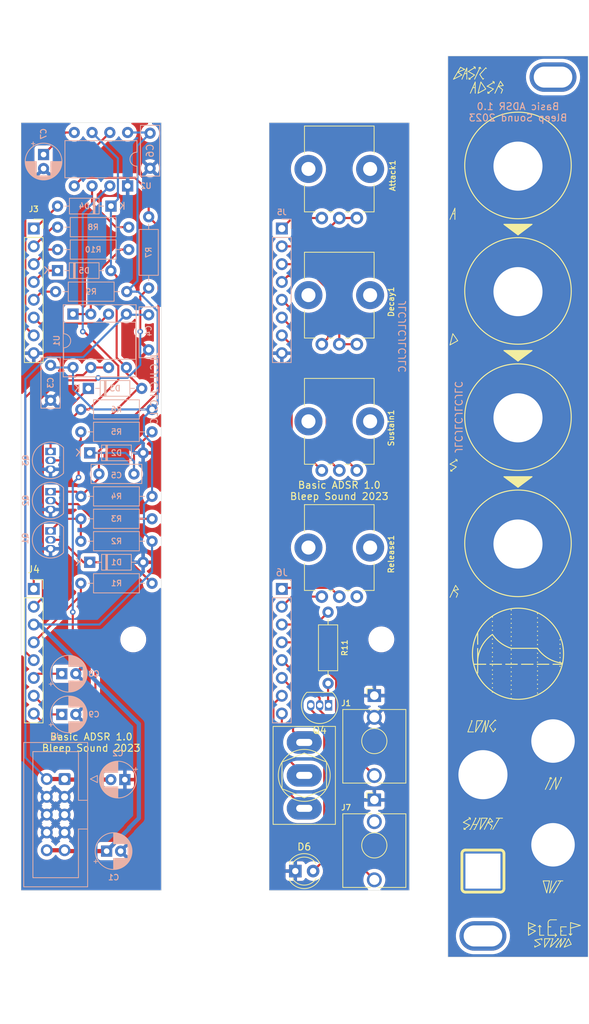
<source format=kicad_pcb>
(kicad_pcb (version 20221018) (generator pcbnew)
  (layers (0 "F.Cu" signal) (31 "B.Cu" signal) (34 "B.Paste" user) (35 "F.Paste" user) (36 "B.SilkS" user "B.Silkscreen") (37 "F.SilkS" user "F.Silkscreen") (38 "B.Mask" user) (39 "F.Mask" user) (44 "Edge.Cuts" user))
  (net 0 "")
  (net 1 "GND")
  (net 2 "+12V")
  (net 3 "-12V")
  (net 4 "Net-(Q2-C)")
  (net 5 "Net-(D2-K)")
  (net 6 "Net-(U2-CV)")
  (net 7 "Net-(D1-K)")
  (net 8 "Net-(Q1-C)")
  (net 9 "Net-(Q2-B)")
  (net 10 "Net-(Q3-C)")
  (net 11 "Net-(Q3-B)")
  (net 12 "Net-(U2-Q)")
  (net 13 "Net-(U1A--)")
  (net 14 "/A3")
  (net 15 "/A1")
  (net 16 "/SW3")
  (net 17 "/SW1")
  (net 18 "/R1")
  (net 19 "/D1")
  (net 20 "/01")
  (net 21 "/D3")
  (net 22 "/I1")
  (net 23 "/S3")
  (net 24 "/S2")
  (net 25 "/S1")
  (net 26 "/R3")
  (net 27 "Net-(D6-A)")
  (net 29 "Net-(Q4-C)")
  (net 30 "/SW2")
  (footprint "LED_THT:LED_D4.0mm" (layer "F.Cu") (at 67.725 140.75)
    (fp_text reference "D6")
    (fp_text value "Out-LED")
  )
  (footprint "Kicad-perso:Pot-bourns-alpha" (layer "F.Cu") (at 76.5 83.6 90)
    (fp_text reference "Sustain1")
    (fp_text value "10k")
  )
  (footprint "Resistor_THT:R_Axial_DIN0207_L6.3mm_D2.5mm_P10.16mm_Horizontal" (layer "F.Cu") (at 72.4 103.82 -90)
    (fp_text reference "R11")
    (fp_text value "1k")
  )
  (footprint "Connector_PinSocket_2.54mm:PinSocket_1x08_P2.54mm_Vertical" (layer "F.Cu") (at 30.4 100.5)
    (fp_text reference "J4")
    (fp_text value "Conn_Circuit")
  )
  (footprint "Synth:Doepfer Mounting hole" (layer "F.Cu") (at 104.5 27.5)
    (fp_text reference "H2" hide)
    (fp_text value "MountingHole")
  )
  (footprint "MountingHole:MountingHole_3.2mm_M3" (layer "F.Cu") (at 44.6 107.7)
    (fp_text reference "H4" hide)
    (fp_text value "SpacerHoles")
  )
  (footprint "Kicad-perso:Pot-bourns-alpha" (layer "F.Cu") (at 76.5 65.6 90)
    (fp_text reference "Decay1")
    (fp_text value "1M")
  )
  (footprint "Kicad-perso:Pot-bourns-alpha" (layer "F.Cu") (at 76.5 101.6 90)
    (fp_text reference "Release1")
    (fp_text value "1M")
  )
  (footprint "Kicad-perso:SW_Toggle_Blue_wSlots" (layer "F.Cu") (at 69 127.1 90)
    (fp_text reference "SW1" hide)
    (fp_text value "Length")
  )
  (footprint "Connector_PinSocket_2.54mm:PinSocket_1x08_P2.54mm_Vertical" (layer "F.Cu") (at 30.4 49.1)
    (fp_text reference "J3")
    (fp_text value "Conn_Circuit")
  )
  (footprint "Kicad-perso:Thonkiconn" (layer "F.Cu") (at 79 130.6)
    (fp_text reference "J7")
    (fp_text value "Output")
  )
  (footprint "Kicad-perso:Thonkiconn" (layer "F.Cu") (at 79 115.72)
    (fp_text reference "J1")
    (fp_text value "In")
  )
  (footprint "Synth:Doepfer Mounting hole" (layer "F.Cu") (at 94.5 150)
    (fp_text reference "H1" hide)
    (fp_text value "MountingHole")
  )
  (footprint "MountingHole:MountingHole_3.2mm_M3" (layer "F.Cu") (at 80 107.7)
    (fp_text reference "H3" hide)
    (fp_text value "SpacerHoles")
  )
  (footprint "Kicad-perso:Pot-bourns-alpha" (layer "F.Cu") (at 76.5 47.6 90)
    (fp_text reference "Attack1")
    (fp_text value "1M")
  )
  (footprint "Package_TO_SOT_THT:TO-92_Inline" (layer "F.Cu") (at 72.47 117.1 180)
    (fp_text reference "Q4")
    (fp_text value "BC547")
  )
  (footprint "Diode_THT:D_DO-35_SOD27_P7.62mm_Horizontal" (layer "B.Cu") (at 33.79 55.1)
    (fp_text reference "D5")
    (fp_text value "1N4148")
  )
  (footprint "Resistor_THT:R_Axial_DIN0207_L6.3mm_D2.5mm_P10.16mm_Horizontal" (layer "B.Cu") (at 37.12 93.7)
    (fp_text reference "R2")
    (fp_text value "4.7k")
  )
  (footprint "Resistor_THT:R_Axial_DIN0207_L6.3mm_D2.5mm_P10.16mm_Horizontal" (layer "B.Cu") (at 47.28 99.7 180)
    (fp_text reference "R1")
    (fp_text value "10k")
  )
  (footprint "Capacitor_THT:C_Disc_D7.0mm_W2.5mm_P5.00mm" (layer "B.Cu") (at 39.7 84.1)
    (fp_text reference "C5")
    (fp_text value "10nF")
  )
  (footprint "Package_TO_SOT_THT:TO-92_Inline" (layer "B.Cu") (at 32.8 92.23 -90)
    (fp_text reference "Q1")
    (fp_text value "BC547")
  )
  (footprint "Capacitor_THT:CP_Radial_D5.0mm_P2.00mm" (layer "B.Cu") (at 34.4 112.6)
    (fp_text reference "C8")
    (fp_text value "1uF")
  )
  (footprint "Resistor_THT:R_Axial_DIN0207_L6.3mm_D2.5mm_P10.16mm_Horizontal" (layer "B.Cu") (at 37.12 78.1)
    (fp_text reference "R5")
    (fp_text value "10k")
  )
  (footprint "Capacitor_THT:CP_Radial_D5.0mm_P2.00mm" (layer "B.Cu") (at 34.4 118.4)
    (fp_text reference "C9")
    (fp_text value "4.7uF")
  )
  (footprint "Capacitor_THT:C_Disc_D7.0mm_W2.5mm_P5.00mm" (layer "B.Cu") (at 32.8 68.6 -90)
    (fp_text reference "C3")
    (fp_text value "100nF")
  )
  (footprint "Resistor_THT:R_Axial_DIN0207_L6.3mm_D2.5mm_P10.16mm_Horizontal" (layer "B.Cu") (at 46.8 57.58 90)
    (fp_text reference "R7")
    (fp_text value "100R")
  )
  (footprint "Resistor_THT:R_Axial_DIN0207_L6.3mm_D2.5mm_P10.16mm_Horizontal" (layer "B.Cu") (at 37.12 87.3)
    (fp_text reference "R4")
    (fp_text value "4.7k")
  )
  (footprint "Package_TO_SOT_THT:TO-92_Inline" (layer "B.Cu") (at 32.8 80.9 -90)
    (fp_text reference "Q3")
    (fp_text value "BC547")
  )
  (footprint "Resistor_THT:R_Axial_DIN0207_L6.3mm_D2.5mm_P10.16mm_Horizontal" (layer "B.Cu") (at 43.96 52.1 180)
    (fp_text reference "R10")
    (fp_text value "100R")
  )
  (footprint "Connector_PinHeader_2.54mm:PinHeader_1x08_P2.54mm_Vertical" (layer "B.Cu") (at 65.8 49.1 180)
    (fp_text reference "J5")
    (fp_text value "Conn_Jack")
  )
  (footprint "Diode_THT:D_DO-35_SOD27_P7.62mm_Horizontal" (layer "B.Cu") (at 38.39 81.1)
    (fp_text reference "D2")
    (fp_text value "1N4148")
  )
  (footprint "Resistor_THT:R_Axial_DIN0207_L6.3mm_D2.5mm_P10.16mm_Horizontal" (layer "B.Cu") (at 33.52 58.1)
    (fp_text reference "R9")
    (fp_text value "4.7k")
  )
  (footprint "Connector_IDC:IDC-Header_2x05_P2.54mm_Vertical" (layer "B.Cu") (at 34.8 127.62 180)
    (fp_text reference "J2")
    (fp_text value "Power Input")
  )
  (footprint "Connector_PinHeader_2.54mm:PinHeader_1x08_P2.54mm_Vertical" (layer "B.Cu") (at 65.8 100.5 180)
    (fp_text reference "J6")
    (fp_text value "Conn_Jack")
  )
  (footprint "Resistor_THT:R_Axial_DIN0207_L6.3mm_D2.5mm_P10.16mm_Horizontal" (layer "B.Cu") (at 47.28 90.5 180)
    (fp_text reference "R3")
    (fp_text value "22k")
  )
  (footprint "Diode_THT:D_DO-35_SOD27_P7.62mm_Horizontal" (layer "B.Cu") (at 38.39 96.7)
    (fp_text reference "D1")
    (fp_text value "1N4148")
  )
  (footprint "Package_DIP:DIP-8_W7.62mm" (layer "B.Cu") (at 43.8 43.02 90)
    (fp_text reference "U2")
    (fp_text value "LM555xN")
  )
  (footprint "Diode_THT:D_DO-35_SOD27_P7.62mm_Horizontal" (layer "B.Cu") (at 41.42 45.9 180)
    (fp_text reference "D4")
    (fp_text value "1N4148")
  )
  (footprint "Resistor_THT:R_Axial_DIN0207_L6.3mm_D2.5mm_P10.16mm_Horizontal" (layer "B.Cu") (at 33.8 48.9)
    (fp_text reference "R8")
    (fp_text value "100R")
  )
  (footprint "Package_TO_SOT_THT:TO-92_Inline" (layer "B.Cu") (at 32.8 86.63 -90)
    (fp_text reference "Q2")
    (fp_text value "BC547")
  )
  (footprint "Capacitor_THT:C_Disc_D7.0mm_W2.5mm_P5.00mm" (layer "B.Cu") (at 47 35.5 -90)
    (fp_text reference "C6")
    (fp_text value "100nF")
  )
  (footprint "Resistor_THT:R_Axial_DIN0207_L6.3mm_D2.5mm_P10.16mm_Horizontal" (layer "B.Cu") (at 37.12 74.9)
    (fp_text reference "R6")
    (fp_text value "4.7k")
  )
  (footprint "Capacitor_THT:CP_Radial_D5.0mm_P2.00mm" (layer "B.Cu") (at 31.8 38.544888 -90)
    (fp_text reference "C7")
    (fp_text value "10uF")
  )
  (footprint "Diode_THT:D_DO-35_SOD27_P7.62mm_Horizontal" (layer "B.Cu") (at 38.19 71.9)
    (fp_text reference "D3")
    (fp_text value "1N4148")
  )
  (footprint "Capacitor_THT:CP_Radial_D5.0mm_P2.00mm" (layer "B.Cu") (at 40.8 137.9)
    (fp_text reference "C1")
    (fp_text value "10uF")
  )
  (footprint "Capacitor_THT:C_Disc_D7.0mm_W2.5mm_P5.00mm" (layer "B.Cu") (at 46.8 66.4 90)
    (fp_text reference "C4")
    (fp_text value "100nF")
  )
  (footprint "Capacitor_THT:CP_Radial_D5.0mm_P2.00mm" (layer "B.Cu") (at 43.4 127.7 180)
    (fp_text reference "C2")
    (fp_text value "10uF")
  )
  (footprint "Package_DIP:DIP-8_W7.62mm_Socket" (layer "B.Cu") (at 36 61.3 -90)
    (fp_text reference "U1")
    (fp_text value "TL072")
  )
  (gr_line (start 92.7 133.2) (end 92.5 133.1) (stroke (width 0.12)) (layer "F.SilkS"))
  (gr_line (start 90.9 26.8) (end 91.9 26.4) (stroke (width 0.12)) (layer "F.SilkS"))
  (gr_line (start 102.6 148.5) (end 102.6 149.9) (stroke (width 0.12)) (layer "F.SilkS"))
  (gr_line (start 94.1 26.1) (end 93.9 26.2) (stroke (width 0.12)) (layer "F.SilkS"))
  (gr_line (start 102.6 148.5) (end 102.4 148.7) (stroke (width 0.12)) (layer "F.SilkS"))
  (gr_line (start 93.25 111.25) (end 105.75 111.25) (stroke (width 0.15) (type dash)) (layer "F.SilkS"))
  (gr_line (start 90.5 46.2) (end 89.8 47.8) (stroke (width 0.12)) (layer "F.SilkS"))
  (gr_line (start 102.6 148.5) (end 102.8 148.7) (stroke (width 0.12)) (layer "F.SilkS"))
  (gr_line (start 94.05 27.125) (end 94.5 27.8) (stroke (width 0.12)) (layer "F.SilkS"))
  (gr_line (start 101 149.9) (end 102 149.3) (stroke (width 0.12)) (layer "F.SilkS"))
  (gr_line (start 93.75 106.75) (end 93.75 112.5) (stroke (width 0.15) (type dash)) (layer "F.SilkS"))
  (gr_line (start 97.3 29.3) (end 97.1 29.8) (stroke (width 0.12)) (layer "F.SilkS"))
  (gr_line (start 90.5 46.2) (end 90.5 47.8) (stroke (width 0.12)) (layer "F.SilkS"))
  (gr_arc (start 92 143.75) (mid 91.646447 143.603553) (end 91.5 143.25) (stroke (width 0.4)) (layer "F.SilkS"))
  (gr_line (start 94.85 119.3) (end 94.35 120.9) (stroke (width 0.12)) (layer "F.SilkS"))
  (gr_line (start 97 143.75) (end 92 143.75) (stroke (width 0.4)) (layer "F.SilkS"))
  (gr_line (start 93.4 28.2) (end 93.4 29.8) (stroke (width 0.12)) (layer "F.SilkS"))
  (gr_line (start 102.284856 104) (end 102.284856 115.75) (stroke (width 0.15) (type dot)) (layer "F.SilkS"))
  (gr_line (start 105 149.9) (end 104.8 150.1) (stroke (width 0.12)) (layer "F.SilkS"))
  (gr_line (start 92.5 27.8) (end 92.7 27.8) (stroke (width 0.12)) (layer "F.SilkS"))
  (gr_poly (pts (xy 99.5 50) (xy 97.5 48.5) (xy 101.5 48.5)) (stroke (width 0.15)) (fill solid) (layer "F.SilkS"))
  (gr_line (start 91.9 26.4) (end 91.3 26.1) (stroke (width 0.12)) (layer "F.SilkS"))
  (gr_line (start 105.6 148.7) (end 105.6 149.9) (stroke (width 0.12)) (layer "F.SilkS"))
  (gr_line (start 104.5 150.4) (end 104.3 150.4) (stroke (width 0.12)) (layer "F.SilkS"))
  (gr_circle (center 99.5 94) (end 107.1 94) (stroke (width 0.15)) (fill none) (layer "F.SilkS"))
  (gr_line (start 103.1 142.15) (end 104 142.15) (stroke (width 0.12)) (layer "F.SilkS"))
  (gr_line (start 96 29.2) (end 95.2 29.8) (stroke (width 0.12)) (layer "F.SilkS"))
  (gr_line (start 93.05 134.1) (end 93.6 134.1) (stroke (width 0.12)) (layer "F.SilkS"))
  (gr_line (start 105.6 149.3) (end 105.8 149.3) (stroke (width 0.12)) (layer "F.SilkS"))
  (gr_line (start 105.7 150.4) (end 105.5 151.6) (stroke (width 0.12)) (layer "F.SilkS"))
  (gr_line (start 94.35 120.9) (end 94.25 120.9) (stroke (width 0.12)) (layer "F.SilkS"))
  (gr_line (start 90.2 64.1) (end 89.8 65.7) (stroke (width 0.12)) (layer "F.SilkS"))
  (gr_line (start 105.6 148.7) (end 106.4 148.7) (stroke (width 0.12)) (layer "F.SilkS"))
  (gr_line (start 90.5 47) (end 90.2 47) (stroke (width 0.12)) (layer "F.SilkS"))
  (gr_line (start 106.7 150.4) (end 107.1 151.2) (stroke (width 0.12)) (layer "F.SilkS"))
  (gr_line (start 104.9 129.1) (end 105.7 127.4) (stroke (width 0.12)) (layer "F.SilkS"))
  (gr_line (start 95.8 134.3) (end 95.6 134.8) (stroke (width 0.12)) (layer "F.SilkS"))
  (gr_line (start 93.4 28.2) (end 92.7 29.8) (stroke (width 0.12)) (layer "F.SilkS"))
  (gr_line (start 95.9 133.7) (end 95.2 133.8) (stroke (width 0.12)) (layer "F.SilkS"))
  (gr_circle (center 99.5 76) (end 107.1 76) (stroke (width 0.15)) (fill none) (layer "F.SilkS"))
  (gr_line (start 107 148.1) (end 108.4 148.5) (stroke (width 0.12)) (layer "F.SilkS"))
  (gr_line (start 96.25 119.2) (end 95.45 120.1) (stroke (width 0.12)) (layer "F.SilkS"))
  (gr_line (start 92.2 27) (end 91.9 27) (stroke (width 0.12)) (layer "F.SilkS"))
  (gr_poly (pts (xy 99.5 68) (xy 97.5 66.5) (xy 101.5 66.5)) (stroke (width 0.15)) (fill solid) (layer "F.SilkS"))
  (gr_line (start 105.2 142.15) (end 105.9 142.15) (stroke (width 0.12)) (layer "F.SilkS"))
  (gr_line (start 104.1 129.1) (end 104 129.1) (stroke (width 0.12)) (layer "F.SilkS"))
  (gr_line (start 104.2 127.4) (end 104.3 127.6) (stroke (width 0.12)) (layer "F.SilkS"))
  (gr_line (start 105.7 150.4) (end 104.9 151.6) (stroke (width 0.12)) (layer "F.SilkS"))
  (gr_line (start 90.8 82.1) (end 90.6 82) (stroke (width 0.12)) (layer "F.SilkS"))
  (gr_line (start 90.8 82.1) (end 90.8 82.3) (stroke (width 0.12)) (layer "F.SilkS"))
  (gr_line (start 94.9 26.175) (end 95 26.275) (stroke (width 0.12)) (layer "F.SilkS"))
  (gr_line (start 92.7 133.2) (end 91.7 133.8) (stroke (width 0.12)) (layer "F.SilkS"))
  (gr_line (start 93.65 119.3) (end 94.45 119.3) (stroke (width 0.12)) (layer "F.SilkS"))
  (gr_line (start 94.0875 134.8) (end 94.3125 133.2) (stroke (width 0.12)) (layer "F.SilkS"))
  (gr_line (start 94.9 29.2) (end 94.2 28.2) (stroke (width 0.12)) (layer "F.SilkS"))
  (gr_line (start 93.3 27.8) (end 94.1 26.1) (stroke (width 0.12)) (layer "F.SilkS"))
  (gr_line (start 98.534856 103.5) (end 98.534856 116.25) (stroke (width 0.15) (type dot)) (layer "F.SilkS"))
  (gr_line (start 92.2 26.2) (end 92.2 27.8) (stroke (width 0.12)) (layer "F.SilkS"))
  (gr_line (start 105 149.9) (end 104.8 149.7) (stroke (width 0.12)) (layer "F.SilkS"))
  (gr_line (start 93.3 27.2) (end 92.5 27.8) (stroke (width 0.12)) (layer "F.SilkS"))
  (gr_line (start 93.5 133.2) (end 92.7 134.8) (stroke (width 0.12)) (layer "F.SilkS"))
  (gr_line (start 106.3 150.4) (end 106.1 150.4) (stroke (width 0.12)) (layer "F.SilkS"))
  (gr_arc (start 91.5 138.25) (mid 91.646447 137.896447) (end 92 137.75) (stroke (width 0.4)) (layer "F.SilkS"))
  (gr_line (start 97 28.1) (end 96.2 29.8) (stroke (width 0.12)) (layer "F.SilkS"))
  (gr_line (start 104.2 127.4) (end 104 127.5) (stroke (width 0.12)) (layer "F.SilkS"))
  (gr_line (start 102.9 150.4) (end 101.9 150.6) (stroke (width 0.12)) (layer "F.SilkS"))
  (gr_arc (start 103.8 148.1) (mid 103.917157 147.817157) (end 104.2 147.7) (stroke (width 0.12)) (layer "F.SilkS"))
  (gr_line (start 108.4 148.5) (end 107 148.9) (stroke (width 0.12)) (layer "F.SilkS"))
  (gr_arc (start 93.750001 111.25) (mid 94.245634 108.848589) (end 95.850477 106.9947) (stroke (width 0.15)) (layer "F.SilkS"))
  (gr_line (start 103.4 129.1) (end 104.2 127.4) (stroke (width 0.12)) (layer "F.SilkS"))
  (gr_line (start 90.9 101.2) (end 90.7 101.7) (stroke (width 0.12)) (layer "F.SilkS"))
  (gr_arc (start 98.534856 108.97939) (mid 97.03179 108.210042) (end 95.854122 107.000001) (stroke (width 0.15)) (layer "F.SilkS"))
  (gr_line (start 95.5 133.2) (end 95.9 133.7) (stroke (width 0.12)) (layer "F.SilkS"))
  (gr_line (start 94.2 28.2) (end 93.8 29.8) (stroke (width 0.12)) (layer "F.SilkS"))
  (gr_line (start 92.95 119.3) (end 92.85 119.3) (stroke (width 0.12)) (layer "F.SilkS"))
  (gr_line (start 94.1 133.2) (end 94 133.2) (stroke (width 0.12)) (layer "F.SilkS"))
  (gr_line (start 96.1 28.2) (end 96.1 28.4) (stroke (width 0.12)) (layer "F.SilkS"))
  (gr_line (start 94.45 119.3) (end 93.425 120.9) (stroke (width 0.12)) (layer "F.SilkS"))
  (gr_line (start 95.2 133.8) (end 95.8 134.3) (stroke (width 0.12)) (layer "F.SilkS"))
  (gr_line (start 91.8 134.8) (end 91.8 134.6) (stroke (width 0.12)) (layer "F.SilkS"))
  (gr_line (start 96.2 120.4) (end 96.3 120.5) (stroke (width 0.12)) (layer "F.SilkS"))
  (gr_line (start 97 28.1) (end 97.4 28.7) (stroke (width 0.12)) (layer "F.SilkS"))
  (gr_line (start 90.9 65.1) (end 90.2 64.1) (stroke (width 0.12)) (layer "F.SilkS"))
  (gr_line (start 102.9 150.4) (end 102.9 150.6) (stroke (width 0.12)) (layer "F.SilkS"))
  (gr_line (start 90.3 100.7) (end 90.9 101.2) (stroke (width 0.12)) (layer "F.SilkS"))
  (gr_line (start 90.3 27.8) (end 91.5 27.2) (stroke (width 0.12)) (layer "F.SilkS"))
  (gr_line (start 91.7 133.8) (end 92.6 134.2) (stroke (width 0.12)) (layer "F.SilkS"))
  (gr_line (start 93.4 26.1) (end 92.4 26.7) (stroke (width 0.12)) (layer "F.SilkS"))
  (gr_line (start 107 149.9) (end 107.2 149.7) (stroke (width 0.12)) (layer "F.SilkS"))
  (gr_line (start 94.3125 133.2) (end 95.1125 133.2) (stroke (width 0.12)) (layer "F.SilkS"))
  (gr_line (start 103.8 149.9) (end 105 149.9) (stroke (width 0.12)) (layer "F.SilkS"))
  (gr_line (start 94.85 119.3) (end 94.85 120.9) (stroke (width 0.12)) (layer "F.SilkS"))
  (gr_line (start 94.1 133.2) (end 93.3 134.8) (stroke (width 0.12)) (layer "F.SilkS"))
  (gr_line (start 91 100.6) (end 90.3 100.7) (stroke (width 0.12)) (layer "F.SilkS"))
  (gr_line (start 95.2 29.8) (end 95.2 29.6) (stroke (width 0.12)) (layer "F.SilkS"))
  (gr_line (start 95.95 120.9) (end 96.3 120.5) (stroke (width 0.12)) (layer "F.SilkS"))
  (gr_line (start 92.4 26.7) (end 93.3 27.2) (stroke (width 0.12)) (layer "F.SilkS"))
  (gr_line (start 106.7 150.4) (end 106.1 151.6) (stroke (width 0.12)) (layer "F.SilkS"))
  (gr_line (start 107 148.1) (end 107 149.9) (stroke (width 0.12)) (layer "F.SilkS"))
  (gr_line (start 102.7 151.2) (end 101.9 151.6) (stroke (width 0.12)) (layer "F.SilkS"))
  (gr_line (start 96.25 119.2) (end 96.35 119.3) (stroke (width 0.12)) (layer "F.SilkS"))
  (gr_line (start 103.8 148.7) (end 104.2 148.7) (stroke (width 0.12)) (layer "F.SilkS"))
  (gr_line (start 104.1 150.4) (end 103.3 150.4) (stroke (width 0.12)) (layer "F.SilkS"))
  (gr_line (start 95.2 29.8) (end 95.4 29.8) (stroke (width 0.12)) (layer "F.SilkS"))
  (gr_line (start 92.7 133.2) (end 92.7 133.4) (stroke (width 0.12)) (layer "F.SilkS"))
  (gr_line (start 92.2 26.2) (end 91.5 27.8) (stroke (width 0.12)) (layer "F.SilkS"))
  (gr_line (start 93.5 133.2) (end 93.4 133.2) (stroke (width 0.12)) (layer "F.SilkS"))
  (gr_line (start 90.6 100) (end 89.8 101.7) (stroke (width 0.12)) (layer "F.SilkS"))
  (gr_line (start 93.3 134.8) (end 93.2 134.8) (stroke (width 0.12)) (layer "F.SilkS"))
  (gr_line (start 105.5 107.75) (end 105.5 112.25) (stroke (width 0.15) (type dot)) (layer "F.SilkS"))
  (gr_line (start 95.35 119.3) (end 94.85 120.9) (stroke (width 0.12)) (layer "F.SilkS"))
  (gr_line (start 104 143.85) (end 105 142.15) (stroke (width 0.12)) (layer "F.SilkS"))
  (gr_line (start 94.1 26.1) (end 94.2 26.3) (stroke (width 0.12)) (layer "F.SilkS"))
  (gr_poly (pts (xy 99.5 86) (xy 97.5 84.5) (xy 101.5 84.5)) (stroke (width 0.15)) (fill solid) (layer "F.SilkS"))
  (gr_line (start 106.1 151.6) (end 107.1 151.2) (stroke (width 0.12)) (layer "F.SilkS"))
  (gr_line (start 106.8 149.7) (end 107 149.9) (stroke (width 0.12)) (layer "F.SilkS"))
  (gr_line (start 89.9 83.7) (end 89.9 83.5) (stroke (width 0.12)) (layer "F.SilkS"))
  (gr_line (start 95.5 133.2) (end 94.7 134.8) (stroke (width 0.12)) (layer "F.SilkS"))
  (gr_line (start 95.854122 104.5) (end 95.854122 115.25) (stroke (width 0.15) (type dot)) (layer "F.SilkS"))
  (gr_line (start 103.3 150.4) (end 103.3 151.6) (stroke (width 0.12)) (layer "F.SilkS"))
  (gr_line (start 96.4 133.2) (end 97.3 133.2) (stroke (width 0.12)) (layer "F.SilkS"))
  (gr_circle (center 99.5 40.1) (end 107.1 40.1) (stroke (width 0.15)) (fill none) (layer "F.SilkS"))
  (gr_line (start 105.3 150.4) (end 105.1 150.4) (stroke (width 0.12)) (layer "F.SilkS"))
  (gr_line (start 103.8 148.1) (end 103.8 149.9) (stroke (width 0.12)) (layer "F.SilkS"))
  (gr_line (start 91.5 138.25) (end 91.5 143.25) (stroke (width 0.4)) (layer "F.SilkS"))
  (gr_arc (start 97 137.75) (mid 97.353553 137.896447) (end 97.5 138.25) (stroke (width 0.4)) (layer "F.SilkS"))
  (gr_line (start 92.95 119.3) (end 92.35 120.9) (stroke (width 0.12)) (layer "F.SilkS"))
  (gr_line (start 96.7 28.8) (end 97.3 29.3) (stroke (width 0.12)) (layer "F.SilkS"))
  (gr_line (start 95.1 28.8) (end 96 29.2) (stroke (width 0.12)) (layer "F.SilkS"))
  (gr_line (start 93.4 26.1) (end 93.2 26) (stroke (width 0.12)) (layer "F.SilkS"))
  (gr_line (start 101 148.9) (end 102 148.5) (stroke (width 0.12)) (layer "F.SilkS"))
  (gr_line (start 93.8 29.8) (end 94.9 29.2) (stroke (width 0.12)) (layer "F.SilkS"))
  (gr_line (start 105.7 127.4) (end 105.6 127.4) (stroke (width 0.12)) (layer "F.SilkS"))
  (gr_line (start 97.4 28.7) (end 96.7 28.8) (stroke (width 0.12)) (layer "F.SilkS"))
  (gr_line (start 101.9 151.6) (end 101.9 151.4) (stroke (width 0.12)) (layer "F.SilkS"))
  (gr_line (start 94.5 27.8) (end 94.6 27.7) (stroke (width 0.12)) (layer "F.SilkS"))
  (gr_line (start 103.3 151.6) (end 104.1 150.4) (stroke (width 0.12)) (layer "F.SilkS"))
  (gr_line (start 95.1125 133.2) (end 94.0875 134.8) (stroke (width 0.12)) (layer "F.SilkS"))
  (gr_line (start 94.9 26.175) (end 94.05 27.125) (stroke (width 0.12)) (layer "F.SilkS"))
  (gr_line (start 104.1 151.6) (end 105.3 150.4) (stroke (width 0.12)) (layer "F.SilkS"))
  (gr_line (start 89.8 82.7) (end 90.7 83.1) (stroke (width 0.12)) (layer "F.SilkS"))
  (gr_line (start 92.7 134.8) (end 92.6 134.8) (stroke (width 0.12)) (layer "F.SilkS"))
  (gr_line (start 89.8 65.7) (end 90.9 65.1) (stroke (width 0.12)) (layer "F.SilkS"))
  (gr_line (start 104.1 129.1) (end 104.9 127.4) (stroke (width 0.12)) (layer "F.SilkS"))
  (gr_line (start 90.7 83.1) (end 89.9 83.7) (stroke (width 0.12)) (layer "F.SilkS"))
  (gr_line (start 104 142.15) (end 103.6 143.85) (stroke (width 0.12)) (layer "F.SilkS"))
  (gr_arc (start 105.753231 111.081095) (mid 103.796657 110.39724) (end 102.284857 108.97939) (stroke (width 0.15)) (layer "F.SilkS"))
  (gr_line (start 95.35 119.3) (end 95.25 119.3) (stroke (width 0.12)) (layer "F.SilkS"))
  (gr_line (start 95.45 120.1) (end 95.95 120.9) (stroke (width 0.12)) (layer "F.SilkS"))
  (gr_line (start 101 148.1) (end 101 149.9) (stroke (width 0.12)) (layer "F.SilkS"))
  (gr_line (start 102.6 149.9) (end 103.2 149.9) (stroke (width 0.12)) (layer "F.SilkS"))
  (gr_line (start 104.9 151.6) (end 105.1 151.6) (stroke (width 0.12)) (layer "F.SilkS"))
  (gr_line (start 105.6 149.9) (end 106.4 149.9) (stroke (width 0.12)) (layer "F.SilkS"))
  (gr_line (start 91.8 134.8) (end 92 134.8) (stroke (width 0.12)) (layer "F.SilkS"))
  (gr_line (start 90.6 100) (end 91 100.6) (stroke (width 0.12)) (layer "F.SilkS"))
  (gr_line (start 103.6 143.85) (end 103.1 142.15) (stroke (width 0.12)) (layer "F.SilkS"))
  (gr_circle (center 99.5 109.75) (end 106 109.75) (stroke (width 0.15)) (fill none) (layer "F.SilkS"))
  (gr_line (start 91.3 26.1) (end 90.3 27.8) (stroke (width 0.12)) (layer "F.SilkS"))
  (gr_line (start 91.5 27.2) (end 90.9 26.8) (stroke (width 0.12)) (layer "F.SilkS"))
  (gr_line (start 101.9 150.6) (end 102.7 151.2) (stroke (width 0.12)) (layer "F.SilkS"))
  (gr_line (start 104.5 150.4) (end 104.1 151.6) (stroke (width 0.12)) (layer "F.SilkS"))
  (gr_arc (start 97.5 143.25) (mid 97.353553 143.603553) (end 97 143.75) (stroke (width 0.4)) (layer "F.SilkS"))
  (gr_line (start 97.5 138.25) (end 97.5 143.25) (stroke (width 0.4)) (layer "F.SilkS"))
  (gr_line (start 104.9 127.4) (end 104.9 129.1) (stroke (width 0.12)) (layer "F.SilkS"))
  (gr_line (start 92.35 120.9) (end 93.15 120.9) (stroke (width 0.12)) (layer "F.SilkS"))
  (gr_line (start 105.5 151.6) (end 106.3 150.4) (stroke (width 0.12)) (layer "F.SilkS"))
  (gr_line (start 96.1 28.2) (end 95.9 28.1) (stroke (width 0.12)) (layer "F.SilkS"))
  (gr_line (start 92.6 134.2) (end 91.8 134.8) (stroke (width 0.12)) (layer "F.SilkS"))
  (gr_line (start 104.3 142.15) (end 104 143.85) (stroke (width 0.12)) (layer "F.SilkS"))
  (gr_line (start 96.85 133.2) (end 95.9 134.8) (stroke (width 0.12)) (layer "F.SilkS"))
  (gr_line (start 107 149.9) (end 107 149.7) (stroke (width 0.12)) (layer "F.SilkS"))
  (gr_line (start 90.8 82.1) (end 89.8 82.7) (stroke (width 0.12)) (layer "F.SilkS"))
  (gr_line (start 93.4 29) (end 93.1 29) (stroke (width 0.12)) (layer "F.SilkS"))
  (gr_line (start 92 137.75) (end 97 137.75) (stroke (width 0.4)) (layer "F.SilkS"))
  (gr_line (start 93.4 26.1) (end 93.4 26.3) (stroke (width 0.12)) (layer "F.SilkS"))
  (gr_circle (center 99.5 58) (end 107.1 58) (stroke (width 0.15)) (fill none) (layer "F.SilkS"))
  (gr_line (start 104.2 147.7) (end 105 147.7) (stroke (width 0.12)) (layer "F.SilkS"))
  (gr_line (start 98.534856 108.97939) (end 102.284856 108.97939) (stroke (width 0.15)) (layer "F.SilkS"))
  (gr_line (start 93.425 120.9) (end 93.65 119.3) (stroke (width 0.12)) (layer "F.SilkS"))
  (gr_line (start 105.6 142.15) (end 104.6 143.85) (stroke (width 0.12)) (layer "F.SilkS"))
  (gr_line (start 89.9 83.7) (end 90.1 83.7) (stroke (width 0.12)) (layer "F.SilkS"))
  (gr_line (start 102 148.5) (end 101 148.1) (stroke (width 0.12)) (layer "F.SilkS"))
  (gr_line (start 102 149.3) (end 101 148.9) (stroke (width 0.12)) (layer "F.SilkS"))
  (gr_line (start 96.1 28.2) (end 95.1 28.8) (stroke (width 0.12)) (layer "F.SilkS"))
  (gr_line (start 92.5 27.8) (end 92.5 27.6) (stroke (width 0.12)) (layer "F.SilkS"))
  (gr_line (start 64 34) (end 84 34) (stroke (width 0.05)) (layer "Edge.Cuts"))
  (gr_line (start 28.6 34) (end 48.6 34) (stroke (width 0.05)) (layer "Edge.Cuts"))
  (gr_line (start 109.5 153) (end 89.5 153) (stroke (width 0.05)) (layer "Edge.Cuts"))
  (gr_line (start 48.6 34) (end 48.6 143.5) (stroke (width 0.05)) (layer "Edge.Cuts"))
  (gr_line (start 84 34) (end 84 143.5) (stroke (width 0.05)) (layer "Edge.Cuts"))
  (gr_line (start 89.5 24.5) (end 89.5 153) (stroke (width 0.05)) (layer "Edge.Cuts"))
  (gr_line (start 28.6 34) (end 28.6 143.5) (stroke (width 0.05)) (layer "Edge.Cuts"))
  (gr_line (start 109.5 24.5) (end 109.5 153) (stroke (width 0.05)) (layer "Edge.Cuts"))
  (gr_line (start 89.5 24.5) (end 109.5 24.5) (stroke (width 0.05)) (layer "Edge.Cuts"))
  (gr_line (start 28.6 143.5) (end 48.6 143.5) (stroke (width 0.05)) (layer "Edge.Cuts"))
  (gr_line (start 64 143.5) (end 84 143.5) (stroke (width 0.05)) (layer "Edge.Cuts"))
  (gr_line (start 64 34) (end 64 143.5) (stroke (width 0.05)) (layer "Edge.Cuts"))
  (gr_text "JLCJLCJLCJLC\n" (at 47.6 71.9 90) (layer "B.SilkS") (effects (font (size 1 1)) (justify mirror)))
  (gr_text "Basic ADSR 1.0\nBleep Sound 2023" (at 99.5 32.5) (layer "B.SilkS") (effects (font (size 1 1)) (justify mirror)))
  (gr_text "JLCJLCJLCJLC\n" (at 83 64.5 90) (layer "B.SilkS") (effects (font (size 1 1)) (justify mirror)))
  (gr_text "JLCJLCJLCJLC\n" (at 91 76 -90) (layer "B.SilkS") (effects (font (size 1 1)) (justify mirror)))
  (gr_text "Basic ADSR 1.0\nBleep Sound 2023" (at 74 86.5) (layer "F.SilkS") (effects (font (size 1 1))))
  (gr_text "Basic ADSR 1.0\nBleep Sound 2023" (at 38.6 122.4) (layer "F.SilkS") (effects (font (size 1 1))))
  (via (at 94.5 127) (size 8) (drill 7) (layers "F.Cu" "B.Cu") (net 1))
  (via (at 104.5 122.2) (size 8) (drill 6.2) (layers "F.Cu" "B.Cu") (net 1))
  (via (at 99.5 76.1) (size 8) (drill 7) (layers "F.Cu" "B.Cu") (net 1))
  (via (at 99.5 94.1) (size 8) (drill 7) (layers "F.Cu" "B.Cu") (net 1))
  (via (at 99.5 58.1) (size 8) (drill 7) (layers "F.Cu" "B.Cu") (net 1))
  (via (at 99.5 40.2) (size 8) (drill 7) (layers "F.Cu" "B.Cu") (net 1))
  (via (at 104.5 137) (size 8) (drill 6.2) (layers "F.Cu" "B.Cu") (net 1))
  (segment (start 40.8 137.9) (end 34.92 137.9) (width 0.6) (layer "F.Cu") (net 2))
  (segment (start 65.8 105.58) (end 70.64 105.58) (width 0.3) (layer "F.Cu") (net 2))
  (segment (start 34.92 137.9) (end 34.8 137.78) (width 0.6) (layer "F.Cu") (net 2))
  (segment (start 70.64 105.58) (end 72.4 103.82) (width 0.3) (layer "F.Cu") (net 2))
  (segment (start 34.8 137.78) (end 32.26 137.78) (width 0.6) (layer "F.Cu") (net 2))
  (segment (start 47.28 93.7) (end 47.28 98.073654) (width 0.3) (layer "B.Cu") (net 2))
  (segment (start 47.28 87.3) (end 46.13 88.45) (width 0.3) (layer "B.Cu") (net 2))
  (segment (start 43.8 35.4) (end 46.9 35.4) (width 0.3) (layer "B.Cu") (net 2))
  (segment (start 48.079999 74.100001) (end 48.079999 60.879999) (width 0.3) (layer "B.Cu") (net 2))
  (segment (start 48.079999 60.879999) (end 45.3 58.1) (width 0.3) (layer "B.Cu") (net 2))
  (segment (start 36 68.92) (end 33.12 68.92) (width 0.3) (layer "B.Cu") (net 2))
  (segment (start 39.773654 105.58) (end 30.4 105.58) (width 0.3) (layer "B.Cu") (net 2))
  (segment (start 45.4 119.761522) (end 31.218478 105.58) (width 0.6) (layer "B.Cu") (net 2))
  (segment (start 46.9 35.4) (end 47 35.5) (width 0.3) (layer "B.Cu") (net 2))
  (segment (start 40.8 137.9) (end 44 134.7) (width 0.6) (layer "B.Cu") (net 2))
  (segment (start 46.13 88.45) (end 46.13 92.55) (width 0.3) (layer "B.Cu") (net 2))
  (segment (start 31.218478 105.58) (end 30.4 105.58) (width 0.6) (layer "B.Cu") (net 2))
  (segment (start 45.4 133.2) (end 45.4 119.761522) (width 0.6) (layer "B.Cu") (net 2))
  (segment (start 46.13 92.55) (end 47.28 93.7) (width 0.3) (layer "B.Cu") (net 2))
  (segment (start 45.2 37.3) (end 47 35.5) (width 0.3) (layer "B.Cu") (net 2))
  (segment (start 36 72.01) (end 36 68.92) (width 0.3) (layer "B.Cu") (net 2))
  (segment (start 45.2 56.58) (end 45.2 37.3) (width 0.3) (layer "B.Cu") (net 2))
  (segment (start 47.28 98.073654) (end 39.773654 105.58) (width 0.3) (layer "B.Cu") (net 2))
  (segment (start 47.28 74.9) (end 38.89 74.9) (width 0.3) (layer "B.Cu") (net 2))
  (segment (start 44 134.6) (end 45.4 133.2) (width 0.6) (layer "B.Cu") (net 2))
  (segment (start 47.28 74.9) (end 48.079999 74.100001) (width 0.3) (layer "B.Cu") (net 2))
  (segment (start 47.28 79.726346) (end 46.13 78.576346) (width 0.3) (layer "B.Cu") (net 2))
  (segment (start 45.3 58.1) (end 43.68 58.1) (width 0.3) (layer "B.Cu") (net 2))
  (segment (start 44 134.7) (end 44 134.6) (width 0.6) (layer "B.Cu") (net 2))
  (segment (start 47.28 87.3) (end 47.28 79.726346) (width 0.3) (layer "B.Cu") (net 2))
  (segment (start 38.89 74.9) (end 36 72.01) (width 0.3) (layer "B.Cu") (net 2))
  (segment (start 46.13 76.05) (end 47.28 74.9) (width 0.3) (layer "B.Cu") (net 2))
  (segment (start 46.13 78.576346) (end 46.13 76.05) (width 0.3) (layer "B.Cu") (net 2))
  (segment (start 33.12 68.92) (end 32.8 68.6) (width 0.3) (layer "B.Cu") (net 2))
  (segment (start 43.68 58.1) (end 45.2 56.58) (width 0.3) (layer "B.Cu") (net 2))
  (segment (start 41.4 127.7) (end 34.88 127.7) (width 0.6) (layer "F.Cu") (net 3))
  (segment (start 34.8 127.62) (end 32.26 127.62) (width 0.6) (layer "F.Cu") (net 3))
  (segment (start 34.88 127.7) (end 34.8 127.62) (width 0.6) (layer "F.Cu") (net 3))
  (segment (start 43.72 61.4) (end 43.62 61.3) (width 0.3) (layer "B.Cu") (net 3))
  (segment (start 32.323654 67.45) (end 29.2 70.573654) (width 0.3) (layer "B.Cu") (net 3))
  (segment (start 29.2 124.56) (end 32.26 127.62) (width 0.3) (layer "B.Cu") (net 3))
  (segment (start 29.2 70.573654) (end 29.2 124.56) (width 0.3) (layer "B.Cu") (net 3))
  (segment (start 37.47 67.45) (end 32.323654 67.45) (width 0.3) (layer "B.Cu") (net 3))
  (segment (start 43.62 61.3) (end 37.47 67.45) (width 0.3) (layer "B.Cu") (net 3))
  (segment (start 46.8 61.4) (end 43.72 61.4) (width 0.3) (layer "B.Cu") (net 3))
  (segment (start 48.2 72.424365) (end 48.2 48.82) (width 0.3) (layer "F.Cu") (net 4))
  (segment (start 48.129289 72.424365) (end 48.2 72.424365) (width 0.3) (layer "F.Cu") (net 4))
  (segment (start 39.7 84.1) (end 39.7 80.853654) (width 0.3) (layer "F.Cu") (net 4))
  (segment (start 32.8 86.63) (end 36.45 86.63) (width 0.3) (layer "F.Cu") (net 4))
  (segment (start 46.8 43.8) (end 46.8 47.42) (width 0.3) (layer "F.Cu") (net 4))
  (segment (start 39.7 80.853654) (end 48.129289 72.424365) (width 0.3) (layer "F.Cu") (net 4))
  (segment (start 39.7 84.72) (end 39.7 84.1) (width 0.3) (layer "F.Cu") (net 4))
  (segment (start 37.33 41.87) (end 44.87 41.87) (width 0.3) (layer "F.Cu") (net 4))
  (segment (start 48.2 48.82) (end 46.8 47.42) (width 0.3) (layer "F.Cu") (net 4))
  (segment (start 37.12 87.3) (end 39.7 84.72) (width 0.3) (layer "F.Cu") (net 4))
  (segment (start 36.18 43.02) (end 37.33 41.87) (width 0.3) (layer "F.Cu") (net 4))
  (segment (start 36.45 86.63) (end 37.12 87.3) (width 0.3) (layer "F.Cu") (net 4))
  (segment (start 44.87 41.87) (end 46.8 43.8) (width 0.3) (layer "F.Cu") (net 4))
  (segment (start 44.7 84.1) (end 44.7 80.68) (width 0.3) (layer "F.Cu") (net 5))
  (segment (start 44.7 80.68) (end 47.28 78.1) (width 0.3) (layer "F.Cu") (net 5))
  (segment (start 44.7 82.3) (end 43.5 81.1) (width 0.3) (layer "B.Cu") (net 5))
  (segment (start 44.7 84.1) (end 44.7 82.3) (width 0.3) (layer "B.Cu") (net 5))
  (segment (start 43.5 81.1) (end 38.39 81.1) (width 0.3) (layer "B.Cu") (net 5))
  (segment (start 36.18 35.4) (end 34.944888 35.4) (width 0.3) (layer "F.Cu") (net 6))
  (segment (start 34.944888 35.4) (end 31.8 38.544888) (width 0.3) (layer "F.Cu") (net 6))
  (segment (start 34.295 93.5) (end 37.495 96.7) (width 0.3) (layer "F.Cu") (net 7))
  (segment (start 37.495 96.7) (end 38.39 96.7) (width 0.3) (layer "F.Cu") (net 7))
  (segment (start 44.28 96.7) (end 47.28 99.7) (width 0.3) (layer "F.Cu") (net 7))
  (segment (start 38.39 96.7) (end 44.28 96.7) (width 0.3) (layer "F.Cu") (net 7))
  (segment (start 32.8 93.5) (end 34.295 93.5) (width 0.3) (layer "F.Cu") (net 7))
  (segment (start 37.12 90.5) (end 34.53 90.5) (width 0.3) (layer "F.Cu") (net 8))
  (segment (start 37.12 93.7) (end 37.12 90.5) (width 0.3) (layer "F.Cu") (net 8))
  (segment (start 34.53 90.5) (end 32.8 92.23) (width 0.3) (layer "F.Cu") (net 8))
  (segment (start 33.3 87.9) (end 32.8 87.9) (width 0.3) (layer "F.Cu") (net 9))
  (segment (start 33.8 88.4) (end 33.3 87.9) (width 0.3) (layer "F.Cu") (net 9))
  (segment (start 38.787106 90.5) (end 36.687106 88.4) (width 0.3) (layer "F.Cu") (net 9))
  (segment (start 36.687106 88.4) (end 33.8 88.4) (width 0.3) (layer "F.Cu") (net 9))
  (segment (start 47.28 90.5) (end 38.787106 90.5) (width 0.3) (layer "F.Cu") (net 9))
  (segment (start 42.47 68.683654) (end 37.586346 63.8) (width 0.3) (layer "F.Cu") (net 10))
  (segment (start 42.47 70.68137) (end 42.47 68.683654) (width 0.3) (layer "F.Cu") (net 10))
  (segment (start 37.12 74.9) (end 32.8 79.22) (width 0.3) (layer "F.Cu") (net 10))
  (segment (start 37.586346 63.8) (end 37.4 63.8) (width 0.3) (layer "F.Cu") (net 10))
  (segment (start 37.12 74.9) (end 38.25137 74.9) (width 0.3) (layer "F.Cu") (net 10))
  (segment (start 32.8 79.22) (end 32.8 80.9) (width 0.3) (layer "F.Cu") (net 10))
  (segment (start 38.25137 74.9) (end 42.47 70.68137) (width 0.3) (layer "F.Cu") (net 10))
  (via (at 37.4 63.8) (size 0.8) (drill 0.4) (layers "F.Cu" "B.Cu") (net 10))
  (segment (start 37.4 63.8) (end 37.39 63.79) (width 0.3) (layer "B.Cu") (net 10))
  (segment (start 37.39 46.89) (end 41.26 43.02) (width 0.3) (layer "B.Cu") (net 10))
  (segment (start 37.39 63.79) (end 37.39 46.89) (width 0.3) (layer "B.Cu") (net 10))
  (segment (start 34.18137 82.17) (end 32.8 82.17) (width 0.3) (layer "F.Cu") (net 11))
  (segment (start 37.12 78.1) (end 37.12 79.23137) (width 0.3) (layer "F.Cu") (net 11))
  (segment (start 37.12 79.23137) (end 34.18137 82.17) (width 0.3) (layer "F.Cu") (net 11))
  (segment (start 38.72 45.5) (end 42.12 48.9) (width 0.3) (layer "F.Cu") (net 12))
  (segment (start 38.72 43.02) (end 38.72 45.5) (width 0.3) (layer "F.Cu") (net 12))
  (segment (start 42.12 48.9) (end 43.96 48.9) (width 0.3) (layer "F.Cu") (net 12))
  (segment (start 38.54 56.343654) (end 38.54 61.3) (width 0.3) (layer "F.Cu") (net 13))
  (segment (start 42.783654 52.1) (end 38.54 56.343654) (width 0.3) (layer "F.Cu") (net 13))
  (segment (start 36 61.3) (end 38.54 61.3) (width 0.3) (layer "F.Cu") (net 13))
  (segment (start 43.96 52.1) (end 42.783654 52.1) (width 0.3) (layer "F.Cu") (net 13))
  (segment (start 69.96 51.64) (end 65.8 51.64) (width 0.3) (layer "F.Cu") (net 14))
  (segment (start 30.4 51.64) (end 33.14 48.9) (width 0.3) (layer "F.Cu") (net 14))
  (segment (start 74 47.6) (end 76.5 47.6) (width 0.3) (layer "F.Cu") (net 14))
  (segment (start 74 47.6) (end 69.96 51.64) (width 0.3) (layer "F.Cu") (net 14))
  (segment (start 33.14 48.9) (end 33.8 48.9) (width 0.3) (layer "F.Cu") (net 14))
  (segment (start 67.3 47.6) (end 65.8 49.1) (width 0.3) (layer "F.Cu") (net 15))
  (segment (start 71.5 47.6) (end 67.3 47.6) (width 0.3) (layer "F.Cu") (net 15))
  (segment (start 30.6 49.1) (end 33.8 45.9) (width 0.3) (layer "F.Cu") (net 15))
  (segment (start 30.4 49.1) (end 30.6 49.1) (width 0.3) (layer "F.Cu") (net 15))
  (segment (start 67.4 114.8) (end 65.8 113.2) (width 0.3) (layer "F.Cu") (net 16))
  (segment (start 31 112.6) (end 30.4 113.2) (width 0.3) (layer "F.Cu") (net 16))
  (segment (start 67.4 120.8) (end 67.4 114.8) (width 0.3) (layer "F.Cu") (net 16))
  (segment (start 69 122.4) (end 67.4 120.8) (width 0.3) (layer "F.Cu") (net 16))
  (segment (start 34.4 112.6) (end 31 112.6) (width 0.3) (layer "F.Cu") (net 16))
  (segment (start 33.06 118.4) (end 30.4 115.74) (width 0.3) (layer "F.Cu") (net 17))
  (segment (start 34.4 118.4) (end 33.06 118.4) (width 0.3) (layer "F.Cu") (net 17))
  (segment (start 64.6 116.94) (end 65.8 115.74) (width 0.3) (layer "F.Cu") (net 17))
  (segment (start 64.6 127.4) (end 64.6 116.94) (width 0.3) (layer "F.Cu") (net 17))
  (segment (start 69 131.8) (end 64.6 127.4) (width 0.3) (layer "F.Cu") (net 17))
  (segment (start 31.7 101.74) (end 30.4 103.04) (width 0.3) (layer "F.Cu") (net 18))
  (segment (start 38.19 71.9) (end 31.7 78.39) (width 0.3) (layer "F.Cu") (net 18))
  (segment (start 71.5 101.6) (end 67.24 101.6) (width 0.3) (layer "F.Cu") (net 18))
  (segment (start 67.24 101.6) (end 65.8 103.04) (width 0.3) (layer "F.Cu") (net 18))
  (segment (start 31.7 78.39) (end 31.7 101.74) (width 0.3) (layer "F.Cu") (net 18))
  (segment (start 71.5 65.6) (end 72.4 64.7) (width 0.3) (layer "F.Cu") (net 19))
  (segment (start 33.79 55.1) (end 32.02 55.1) (width 0.3) (layer "F.Cu") (net 19))
  (segment (start 72.4 64.7) (end 72.4 57.8) (width 0.3) (layer "F.Cu") (net 19))
  (segment (start 72.4 57.8) (end 70.47 55.87) (width 0.3) (layer "F.Cu") (net 19))
  (segment (start 70.47 55.87) (end 66.65 55.87) (width 0.3) (layer "F.Cu") (net 19))
  (segment (start 32.02 55.1) (end 30.4 56.72) (width 0.3) (layer "F.Cu") (net 19))
  (segment (start 66.65 55.87) (end 65.8 56.72) (width 0.3) (layer "F.Cu") (net 19))
  (segment (start 29.2 73.2) (end 29.2 109.46) (width 0.3) (layer "F.Cu") (net 20))
  (segment (start 72.35 118.955) (end 71.2 117.805) (width 0.3) (layer "F.Cu") (net 20))
  (segment (start 38.54 68.92) (end 37.46 70) (width 0.3) (layer "F.Cu") (net 20))
  (segment (start 32.2 70.2) (end 29.2 73.2) (width 0.3) (layer "F.Cu") (net 20))
  (segment (start 79 142) (end 72.35 135.35) (width 0.3) (layer "F.Cu") (net 20))
  (segment (start 71.2 116.06) (end 65.8 110.66) (width 0.3) (layer "F.Cu") (net 20))
  (segment (start 71.2 117.805) (end 71.2 117.1) (width 0.3) (layer "F.Cu") (net 20))
  (segment (start 36.546346 70) (end 36.346346 70.2) (width 0.3) (layer "F.Cu") (net 20))
  (segment (start 72.35 135.35) (end 72.35 118.955) (width 0.3) (layer "F.Cu") (net 20))
  (segment (start 41.08 68.92) (end 38.54 68.92) (width 0.3) (layer "F.Cu") (net 20))
  (segment (start 36.346346 70.2) (end 32.2 70.2) (width 0.3) (layer "F.Cu") (net 20))
  (segment (start 71.2 117.1) (end 71.2 116.06) (width 0.3) (layer "F.Cu") (net 20))
  (segment (start 29.2 109.46) (end 30.4 110.66) (width 0.3) (layer "F.Cu") (net 20))
  (segment (start 37.46 70) (end 36.546346 70) (width 0.3) (layer "F.Cu") (net 20))
  (segment (start 76.5 65.6) (end 74 65.6) (width 0.3) (layer "F.Cu") (net 21))
  (segment (start 74 58.692894) (end 69.487106 54.18) (width 0.3) (layer "F.Cu") (net 21))
  (segment (start 32.48 52.1) (end 30.4 54.18) (width 0.3) (layer "F.Cu") (net 21))
  (segment (start 74 65.6) (end 74 58.692894) (width 0.3) (layer "F.Cu") (net 21))
  (segment (start 69.487106 54.18) (end 65.8 54.18) (width 0.3) (layer "F.Cu") (net 21))
  (segment (start 33.8 52.1) (end 32.48 52.1) (width 0.3) (layer "F.Cu") (net 21))
  (segment (start 73.55 113.503654) (end 68.166346 108.12) (width 0.3) (layer "F.Cu") (net 22))
  (segment (start 73.55 121.67) (end 73.55 113.503654) (width 0.3) (layer "F.Cu") (net 22))
  (segment (start 79 127.12) (end 73.55 121.67) (width 0.3) (layer "F.Cu") (net 22))
  (segment (start 30.4 108.12) (end 37.12 101.4) (width 0.3) (layer "F.Cu") (net 22))
  (segment (start 37.12 101.4) (end 37.12 99.7) (width 0.3) (layer "F.Cu") (net 22))
  (segment (start 68.166346 108.12) (end 65.8 108.12) (width 0.3) (layer "F.Cu") (net 22))
  (segment (start 68.4 69) (end 68.4 61.86) (width 0.3) (layer "F.Cu") (net 23))
  (segment (start 72.7 79.8) (end 72.7 73.3) (width 0.3) (layer "F.Cu") (net 23))
  (segment (start 68.4 61.86) (end 65.8 59.26) (width 0.3) (layer "F.Cu") (net 23))
  (segment (start 72.7 73.3) (end 68.4 69) (width 0.3) (layer "F.Cu") (net 23))
  (segment (start 33.52 58.1) (end 31.56 58.1) (width 0.3) (layer "F.Cu") (net 23))
  (segment (start 76.5 83.6) (end 72.7 79.8) (width 0.3) (layer "F.Cu") (net 23))
  (segment (start 31.56 58.1) (end 30.4 59.26) (width 0.3) (layer "F.Cu") (net 23))
  (segment (start 67.7 69.1) (end 67.7 63.7) (width 0.3) (layer "F.Cu") (net 24))
  (segment (start 74 83.6) (end 72.2 81.8) (width 0.3) (layer "F.Cu") (net 24))
  (segment (start 39.73 62.65) (end 31.25 62.65) (width 0.3) (layer "F.Cu") (net 24))
  (segment (start 72.2 81.8) (end 72.2 73.6) (width 0.3) (layer "F.Cu") (net 24))
  (segment (start 31.25 62.65) (end 30.4 61.8) (width 0.3) (layer "F.Cu") (net 24))
  (segment (start 41.08 61.3) (end 39.73 62.65) (width 0.3) (layer "F.Cu") (net 24))
  (segment (start 72.2 73.6) (end 67.7 69.1) (width 0.3) (layer "F.Cu") (net 24))
  (segment (start 67.7 63.7) (end 65.8 61.8) (width 0.3) (layer "F.Cu") (net 24))
  (segment (start 67.2 65.74) (end 65.8 64.34) (width 0.3) (layer "F.Cu") (net 25))
  (segment (start 29.2 63.14) (end 30.4 64.34) (width 0.3) (layer "F.Cu") (net 25))
  (segment (start 41.26 35.4) (end 29.2 47.46) (width 0.3) (layer "F.Cu") (net 25))
  (segment (start 71.5 83.6) (end 67.2 79.3) (width 0.3) (layer "F.Cu") (net 25))
  (segment (start 29.2 47.46) (end 29.2 63.14) (width 0.3) (layer "F.Cu") (net 25))
  (segment (start 67.2 79.3) (end 67.2 65.74) (width 0.3) (layer "F.Cu") (net 25))
  (segment (start 65.95 100.35) (end 65.8 100.5) (width 0.3) (layer "F.Cu") (net 26))
  (segment (start 30.4 74.373654) (end 34.023654 70.75) (width 0.3) (layer "F.Cu") (net 26))
  (segment (start 45.6 63.8) (end 45.6 58.78) (width 0.3) (layer "F.Cu") (net 26))
  (segment (start 72.75 100.35) (end 65.95 100.35) (width 0.3) (layer "F.Cu") (net 26))
  (segment (start 39.25 70.75) (end 39.6 70.4) (width 0.3) (layer "F.Cu") (net 26))
  (segment (start 34.023654 70.75) (end 39.25 70.75) (width 0.3) (layer "F.Cu") (net 26))
  (segment (start 30.4 100.5) (end 30.4 78.982894) (width 0.3) (layer "F.Cu") (net 26))
  (segment (start 45.6 58.78) (end 46.8 57.58) (width 0.3) (layer "F.Cu") (net 26))
  (segment (start 30.4 78.982894) (end 30.4 75.6) (width 0.3) (layer "F.Cu") (net 26))
  (segment (start 74 101.6) (end 72.75 100.35) (width 0.3) (layer "F.Cu") (net 26))
  (segment (start 30.4 75.6) (end 30.4 74.373654) (width 0.3) (layer "F.Cu") (net 26))
  (via (at 45.6 63.8) (size 0.8) (drill 0.4) (layers "F.Cu" "B.Cu") (net 26))
  (via (at 39.6 70.4) (size 0.8) (drill 0.4) (layers "F.Cu" "B.Cu") (net 26))
  (segment (start 43.766346 70.4) (end 45.6 68.566346) (width 0.3) (layer "B.Cu") (net 26))
  (segment (start 45.6 68.566346) (end 45.6 63.8) (width 0.3) (layer "B.Cu") (net 26))
  (segment (start 39.6 70.4) (end 43.766346 70.4) (width 0.3) (layer "B.Cu") (net 26))
  (segment (start 71.85 119.62) (end 71.85 139.165) (width 0.3) (layer "F.Cu") (net 27))
  (segment (start 71.85 139.165) (end 70.265 140.75) (width 0.3) (layer "F.Cu") (net 27))
  (segment (start 69.93 117.1) (end 69.93 117.7) (width 0.3) (layer "F.Cu") (net 27))
  (segment (start 69.93 117.7) (end 71.85 119.62) (width 0.3) (layer "F.Cu") (net 27))
  (segment (start 72.4 117.03) (end 72.47 117.1) (width 0.3) (layer "F.Cu") (net 29))
  (segment (start 72.4 113.98) (end 72.4 117.03) (width 0.3) (layer "F.Cu") (net 29))
  (segment (start 42.23 55.92) (end 41.41 55.1) (width 0.3) (layer "F.Cu") (net 30))
  (segment (start 36.8 80.39) (end 36.8 84.6) (width 0.3) (layer "F.Cu") (net 30))
  (segment (start 39.2 118.4) (end 37.4 120.2) (width 0.3) (layer "F.Cu") (net 30))
  (segment (start 35.97 103.8) (end 35.97 106.37) (width 0.3) (layer "F.Cu") (net 30))
  (segment (start 45.29 71.9) (end 36.8 80.39) (width 0.3) (layer "F.Cu") (net 30))
  (segment (start 35.97 106.37) (end 39.2 109.6) (width 0.3) (layer "F.Cu") (net 30))
  (segment (start 43.62 68.92) (end 42.23 67.53) (width 0.3) (layer "F.Cu") (net 30))
  (segment (start 69 127.1) (end 65.8 123.9) (width 0.3) (layer "F.Cu") (net 30))
  (segment (start 45.81 71.9) (end 45.29 71.9) (width 0.3) (layer "F.Cu") (net 30))
  (segment (start 39.2 109.6) (end 39.2 118.4) (width 0.3) (layer "F.Cu") (net 30))
  (segment (start 37.4 120.2) (end 32.32 120.2) (width 0.3) (layer "F.Cu") (net 30))
  (segment (start 43.62 69.71) (end 43.62 68.92) (width 0.3) (layer "F.Cu") (net 30))
  (segment (start 41.42 45.86) (end 41.42 45.9) (width 0.2) (layer "F.Cu") (net 30))
  (segment (start 32.32 120.2) (end 30.4 118.28) (width 0.3) (layer "F.Cu") (net 30))
  (segment (start 45.81 71.9) (end 43.62 69.71) (width 0.3) (layer "F.Cu") (net 30))
  (segment (start 42.23 67.53) (end 42.23 55.92) (width 0.3) (layer "F.Cu") (net 30))
  (segment (start 65.8 123.9) (end 65.8 118.28) (width 0.3) (layer "F.Cu") (net 30))
  (via (at 35.97 103.8) (size 0.8) (drill 0.4) (layers "F.Cu" "B.Cu") (net 30))
  (via (at 36.8 84.6) (size 0.8) (drill 0.4) (layers "F.Cu" "B.Cu") (net 30))
  (segment (start 42.41 39.09) (end 42.41 44.91) (width 0.3) (layer "B.Cu") (net 30))
  (segment (start 35.97 85.43) (end 36.8 84.6) (width 0.3) (layer "B.Cu") (net 30))
  (segment (start 42.41 44.91) (end 41.42 45.9) (width 0.3) (layer "B.Cu") (net 30))
  (segment (start 41.41 45.91) (end 41.42 45.9) (width 0.3) (layer "B.Cu") (net 30))
  (segment (start 38.72 35.4) (end 42.41 39.09) (width 0.3) (layer "B.Cu") (net 30))
  (segment (start 35.97 103.8) (end 35.97 85.43) (width 0.3) (layer "B.Cu") (net 30))
  (segment (start 41.41 55.1) (end 41.41 45.91) (width 0.3) (layer "B.Cu") (net 30))
  (zone (net 1) (net_name "GND") (layers "F&B.Cu") (connect_pads (clearance 0.508)) (min_thickness 0.25) (fill yes (thermal_gap 0.5) (thermal_bridge_width 0.5))
    (polygon (pts (xy 48.6 143.5) (xy 28.6 143.5) (xy 28.6 33.9) (xy 48.6 33.9)))
  )
  (zone (net 0) (net_name "") (layers "F&B.Cu") (connect_pads (clearance 0)) (min_thickness 0.254)
    (keepout (tracks not_allowed) (vias not_allowed) (pads allowed) (copperpour not_allowed) (footprints allowed))
    (fill (thermal_gap 0.508) (thermal_bridge_width 0.508))
    (polygon (pts (xy 97 143.25) (xy 92 143.25) (xy 92 138.25) (xy 97 138.25)))
  )
  (zone (net 1) (net_name "GND") (layers "F&B.Cu") (priority 1) (connect_pads (clearance 0.508)) (min_thickness 0.25) (fill yes (thermal_gap 0.5) (thermal_bridge_width 0.5))
    (polygon (pts (xy 84 143.5) (xy 64 143.5) (xy 64 34) (xy 84 34)))
  )
  (zone (net 1) (net_name "GND") (layer "B.Cu") (priority 2) (connect_pads (clearance 0.508)) (min_thickness 0.25) (fill yes (thermal_gap 0.5) (thermal_bridge_width 0.5))
    (polygon (pts (xy 89.5 24.5) (xy 109.5 24.5) (xy 109.5 153) (xy 89.5 153)))
  )
)
</source>
